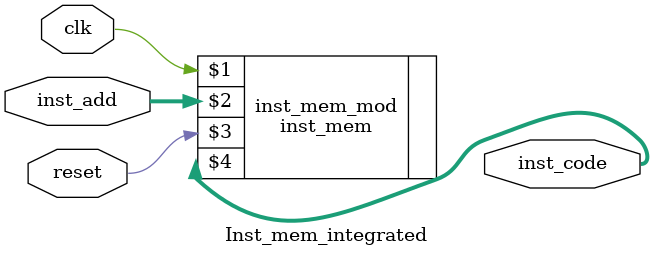
<source format=v>
`timescale 1ns / 1ps

// This is used to bring together the instruction memory and the immediate value storage unit(constants.v)
module Inst_mem_integrated(input clk,
input reset,
input [31:0] inst_add,
output [31:0] inst_code
);

//wire [11:0] const;
//wire [20:1] const_20;
//wire [31:0] const_32;
wire [31:0]inst_code1;
//constants const_mod(reset, inst_add, const, const_20, const_32);


inst_mem inst_mem_mod(clk,inst_add, reset,  inst_code);
//assign inst_code = inst_code1;

endmodule
</source>
